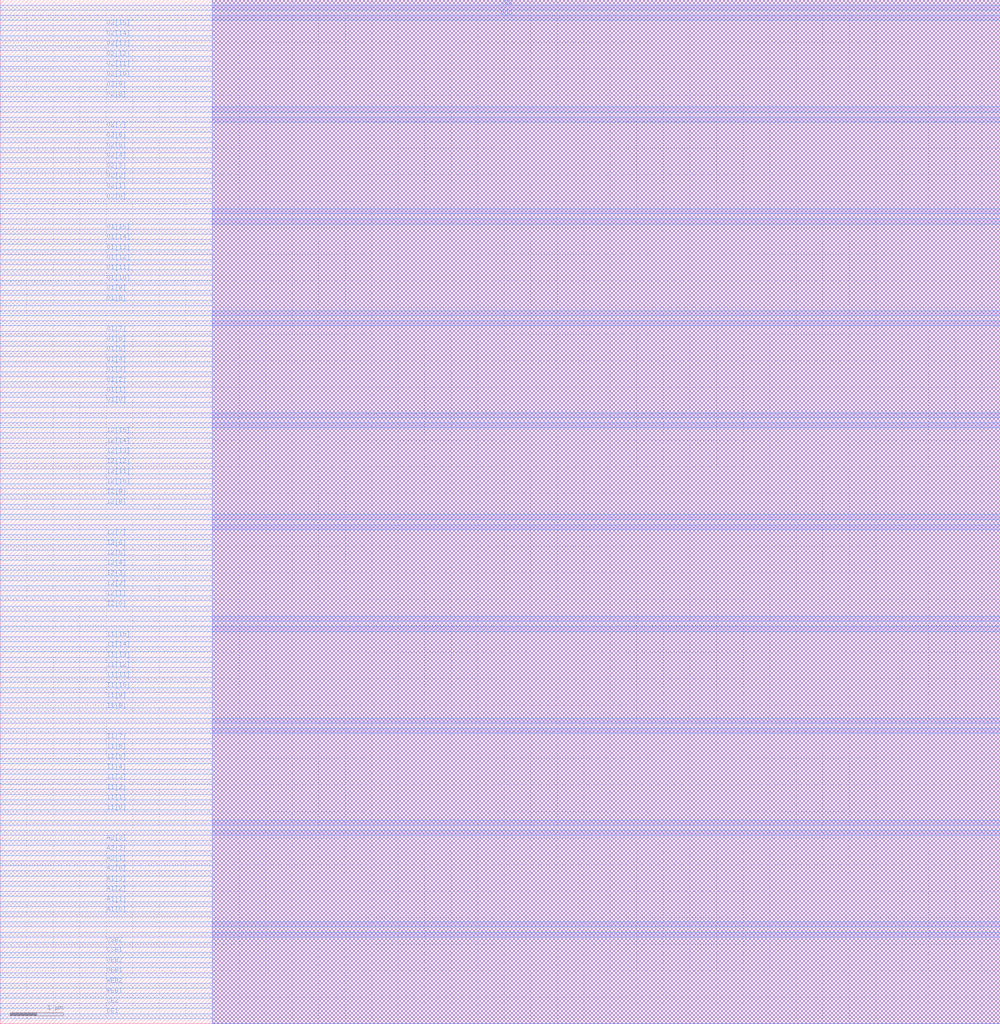
<source format=lef>
VERSION 5.6 ;
BUSBITCHARS "[]" ;
DIVIDERCHAR "/" ;

MACRO SRAM2RW16x16
  CLASS BLOCK ;
  ORIGIN 0 0 ;
  FOREIGN SRAM2RW16x16 0 0 ;
  SIZE 18.848 BY 19.296 ;
  SYMMETRY X Y ;
  SITE asap7sc7p5t ;
  PIN VDD
    DIRECTION INOUT ;
    USE POWER ;
    PORT 
      LAYER M4 ;
        RECT 0.0 1.632 18.848 1.728 ;
        RECT 0.0 3.552 18.848 3.648 ;
        RECT 0.0 5.472 18.848 5.568 ;
        RECT 0.0 7.392 18.848 7.488 ;
        RECT 0.0 9.312 18.848 9.408 ;
        RECT 0.0 11.232 18.848 11.328 ;
        RECT 0.0 13.152 18.848 13.248 ;
        RECT 0.0 15.072 18.848 15.168 ;
        RECT 0.0 16.992 18.848 17.088 ;
        RECT 0.0 18.912 18.848 19.008 ;
    END 
  END VDD
  PIN VSS
    DIRECTION INOUT ;
    USE GROUND ;
    PORT 
      LAYER M4 ;
        RECT 0.0 1.824 18.848 1.92 ;
        RECT 0.0 3.744 18.848 3.84 ;
        RECT 0.0 5.664 18.848 5.76 ;
        RECT 0.0 7.584 18.848 7.68 ;
        RECT 0.0 9.504 18.848 9.6 ;
        RECT 0.0 11.424 18.848 11.52 ;
        RECT 0.0 13.344 18.848 13.44 ;
        RECT 0.0 15.264 18.848 15.36 ;
        RECT 0.0 17.184 18.848 17.28 ;
        RECT 0.0 19.104 18.848 19.2 ;
    END 
  END VSS
  PIN CE1
    DIRECTION INPUT ;
    USE SIGNAL ;
    PORT 
      LAYER M4 ;
        RECT 0.0 0.096 4.0 0.192 ;
    END 
  END CE1
  PIN CE2
    DIRECTION INPUT ;
    USE SIGNAL ;
    PORT 
      LAYER M4 ;
        RECT 0.0 0.288 4.0 0.384 ;
    END 
  END CE2
  PIN WEB1
    DIRECTION INPUT ;
    USE SIGNAL ;
    PORT 
      LAYER M4 ;
        RECT 0.0 0.48 4.0 0.576 ;
    END 
  END WEB1
  PIN WEB2
    DIRECTION INPUT ;
    USE SIGNAL ;
    PORT 
      LAYER M4 ;
        RECT 0.0 0.672 4.0 0.768 ;
    END 
  END WEB2
  PIN OEB1
    DIRECTION INPUT ;
    USE SIGNAL ;
    PORT 
      LAYER M4 ;
        RECT 0.0 0.864 4.0 0.96 ;
    END 
  END OEB1
  PIN OEB2
    DIRECTION INPUT ;
    USE SIGNAL ;
    PORT 
      LAYER M4 ;
        RECT 0.0 1.056 4.0 1.152 ;
    END 
  END OEB2
  PIN CSB1
    DIRECTION INPUT ;
    USE SIGNAL ;
    PORT 
      LAYER M4 ;
        RECT 0.0 1.248 4.0 1.344 ;
    END 
  END CSB1
  PIN CSB2
    DIRECTION INPUT ;
    USE SIGNAL ;
    PORT 
      LAYER M4 ;
        RECT 0.0 1.44 4.0 1.536 ;
    END 
  END CSB2
  PIN A1[0]
    DIRECTION INPUT ;
    USE SIGNAL ;
    PORT 
      LAYER M4 ;
        RECT 0.0 2.016 4.0 2.112 ;
    END 
  END A1[0]
  PIN A1[1]
    DIRECTION INPUT ;
    USE SIGNAL ;
    PORT 
      LAYER M4 ;
        RECT 0.0 2.208 4.0 2.304 ;
    END 
  END A1[1]
  PIN A1[2]
    DIRECTION INPUT ;
    USE SIGNAL ;
    PORT 
      LAYER M4 ;
        RECT 0.0 2.4 4.0 2.496 ;
    END 
  END A1[2]
  PIN A1[3]
    DIRECTION INPUT ;
    USE SIGNAL ;
    PORT 
      LAYER M4 ;
        RECT 0.0 2.592 4.0 2.688 ;
    END 
  END A1[3]
  PIN A2[0]
    DIRECTION INPUT ;
    USE SIGNAL ;
    PORT 
      LAYER M4 ;
        RECT 0.0 2.784 4.0 2.88 ;
    END 
  END A2[0]
  PIN A2[1]
    DIRECTION INPUT ;
    USE SIGNAL ;
    PORT 
      LAYER M4 ;
        RECT 0.0 2.976 4.0 3.072 ;
    END 
  END A2[1]
  PIN A2[2]
    DIRECTION INPUT ;
    USE SIGNAL ;
    PORT 
      LAYER M4 ;
        RECT 0.0 3.168 4.0 3.264 ;
    END 
  END A2[2]
  PIN A2[3]
    DIRECTION INPUT ;
    USE SIGNAL ;
    PORT 
      LAYER M4 ;
        RECT 0.0 3.36 4.0 3.456 ;
    END 
  END A2[3]
  PIN I1[0]
    DIRECTION INPUT ;
    USE SIGNAL ;
    PORT 
      LAYER M4 ;
        RECT 0.0 3.936 4.0 4.032 ;
    END 
  END I1[0]
  PIN I1[1]
    DIRECTION INPUT ;
    USE SIGNAL ;
    PORT 
      LAYER M4 ;
        RECT 0.0 4.128 4.0 4.224 ;
    END 
  END I1[1]
  PIN I1[2]
    DIRECTION INPUT ;
    USE SIGNAL ;
    PORT 
      LAYER M4 ;
        RECT 0.0 4.32 4.0 4.416 ;
    END 
  END I1[2]
  PIN I1[3]
    DIRECTION INPUT ;
    USE SIGNAL ;
    PORT 
      LAYER M4 ;
        RECT 0.0 4.512 4.0 4.608 ;
    END 
  END I1[3]
  PIN I1[4]
    DIRECTION INPUT ;
    USE SIGNAL ;
    PORT 
      LAYER M4 ;
        RECT 0.0 4.704 4.0 4.8 ;
    END 
  END I1[4]
  PIN I1[5]
    DIRECTION INPUT ;
    USE SIGNAL ;
    PORT 
      LAYER M4 ;
        RECT 0.0 4.896 4.0 4.992 ;
    END 
  END I1[5]
  PIN I1[6]
    DIRECTION INPUT ;
    USE SIGNAL ;
    PORT 
      LAYER M4 ;
        RECT 0.0 5.088 4.0 5.184 ;
    END 
  END I1[6]
  PIN I1[7]
    DIRECTION INPUT ;
    USE SIGNAL ;
    PORT 
      LAYER M4 ;
        RECT 0.0 5.28 4.0 5.376 ;
    END 
  END I1[7]
  PIN I1[8]
    DIRECTION INPUT ;
    USE SIGNAL ;
    PORT 
      LAYER M4 ;
        RECT 0.0 5.856 4.0 5.952 ;
    END 
  END I1[8]
  PIN I1[9]
    DIRECTION INPUT ;
    USE SIGNAL ;
    PORT 
      LAYER M4 ;
        RECT 0.0 6.048 4.0 6.144 ;
    END 
  END I1[9]
  PIN I1[10]
    DIRECTION INPUT ;
    USE SIGNAL ;
    PORT 
      LAYER M4 ;
        RECT 0.0 6.24 4.0 6.336 ;
    END 
  END I1[10]
  PIN I1[11]
    DIRECTION INPUT ;
    USE SIGNAL ;
    PORT 
      LAYER M4 ;
        RECT 0.0 6.432 4.0 6.528 ;
    END 
  END I1[11]
  PIN I1[12]
    DIRECTION INPUT ;
    USE SIGNAL ;
    PORT 
      LAYER M4 ;
        RECT 0.0 6.624 4.0 6.72 ;
    END 
  END I1[12]
  PIN I1[13]
    DIRECTION INPUT ;
    USE SIGNAL ;
    PORT 
      LAYER M4 ;
        RECT 0.0 6.816 4.0 6.912 ;
    END 
  END I1[13]
  PIN I1[14]
    DIRECTION INPUT ;
    USE SIGNAL ;
    PORT 
      LAYER M4 ;
        RECT 0.0 7.008 4.0 7.104 ;
    END 
  END I1[14]
  PIN I1[15]
    DIRECTION INPUT ;
    USE SIGNAL ;
    PORT 
      LAYER M4 ;
        RECT 0.0 7.2 4.0 7.296 ;
    END 
  END I1[15]
  PIN I2[0]
    DIRECTION INPUT ;
    USE SIGNAL ;
    PORT 
      LAYER M4 ;
        RECT 0.0 7.776 4.0 7.872 ;
    END 
  END I2[0]
  PIN I2[1]
    DIRECTION INPUT ;
    USE SIGNAL ;
    PORT 
      LAYER M4 ;
        RECT 0.0 7.968 4.0 8.064 ;
    END 
  END I2[1]
  PIN I2[2]
    DIRECTION INPUT ;
    USE SIGNAL ;
    PORT 
      LAYER M4 ;
        RECT 0.0 8.16 4.0 8.256 ;
    END 
  END I2[2]
  PIN I2[3]
    DIRECTION INPUT ;
    USE SIGNAL ;
    PORT 
      LAYER M4 ;
        RECT 0.0 8.352 4.0 8.448 ;
    END 
  END I2[3]
  PIN I2[4]
    DIRECTION INPUT ;
    USE SIGNAL ;
    PORT 
      LAYER M4 ;
        RECT 0.0 8.544 4.0 8.64 ;
    END 
  END I2[4]
  PIN I2[5]
    DIRECTION INPUT ;
    USE SIGNAL ;
    PORT 
      LAYER M4 ;
        RECT 0.0 8.736 4.0 8.832 ;
    END 
  END I2[5]
  PIN I2[6]
    DIRECTION INPUT ;
    USE SIGNAL ;
    PORT 
      LAYER M4 ;
        RECT 0.0 8.928 4.0 9.024 ;
    END 
  END I2[6]
  PIN I2[7]
    DIRECTION INPUT ;
    USE SIGNAL ;
    PORT 
      LAYER M4 ;
        RECT 0.0 9.12 4.0 9.216 ;
    END 
  END I2[7]
  PIN I2[8]
    DIRECTION INPUT ;
    USE SIGNAL ;
    PORT 
      LAYER M4 ;
        RECT 0.0 9.696 4.0 9.792 ;
    END 
  END I2[8]
  PIN I2[9]
    DIRECTION INPUT ;
    USE SIGNAL ;
    PORT 
      LAYER M4 ;
        RECT 0.0 9.888 4.0 9.984 ;
    END 
  END I2[9]
  PIN I2[10]
    DIRECTION INPUT ;
    USE SIGNAL ;
    PORT 
      LAYER M4 ;
        RECT 0.0 10.08 4.0 10.176 ;
    END 
  END I2[10]
  PIN I2[11]
    DIRECTION INPUT ;
    USE SIGNAL ;
    PORT 
      LAYER M4 ;
        RECT 0.0 10.272 4.0 10.368 ;
    END 
  END I2[11]
  PIN I2[12]
    DIRECTION INPUT ;
    USE SIGNAL ;
    PORT 
      LAYER M4 ;
        RECT 0.0 10.464 4.0 10.56 ;
    END 
  END I2[12]
  PIN I2[13]
    DIRECTION INPUT ;
    USE SIGNAL ;
    PORT 
      LAYER M4 ;
        RECT 0.0 10.656 4.0 10.752 ;
    END 
  END I2[13]
  PIN I2[14]
    DIRECTION INPUT ;
    USE SIGNAL ;
    PORT 
      LAYER M4 ;
        RECT 0.0 10.848 4.0 10.944 ;
    END 
  END I2[14]
  PIN I2[15]
    DIRECTION INPUT ;
    USE SIGNAL ;
    PORT 
      LAYER M4 ;
        RECT 0.0 11.04 4.0 11.136 ;
    END 
  END I2[15]
  PIN O1[0]
    DIRECTION OUTPUT ;
    USE SIGNAL ;
    PORT 
      LAYER M4 ;
        RECT 0.0 11.616 4.0 11.712 ;
    END 
  END O1[0]
  PIN O1[1]
    DIRECTION OUTPUT ;
    USE SIGNAL ;
    PORT 
      LAYER M4 ;
        RECT 0.0 11.808 4.0 11.904 ;
    END 
  END O1[1]
  PIN O1[2]
    DIRECTION OUTPUT ;
    USE SIGNAL ;
    PORT 
      LAYER M4 ;
        RECT 0.0 12.0 4.0 12.096 ;
    END 
  END O1[2]
  PIN O1[3]
    DIRECTION OUTPUT ;
    USE SIGNAL ;
    PORT 
      LAYER M4 ;
        RECT 0.0 12.192 4.0 12.288 ;
    END 
  END O1[3]
  PIN O1[4]
    DIRECTION OUTPUT ;
    USE SIGNAL ;
    PORT 
      LAYER M4 ;
        RECT 0.0 12.384 4.0 12.48 ;
    END 
  END O1[4]
  PIN O1[5]
    DIRECTION OUTPUT ;
    USE SIGNAL ;
    PORT 
      LAYER M4 ;
        RECT 0.0 12.576 4.0 12.672 ;
    END 
  END O1[5]
  PIN O1[6]
    DIRECTION OUTPUT ;
    USE SIGNAL ;
    PORT 
      LAYER M4 ;
        RECT 0.0 12.768 4.0 12.864 ;
    END 
  END O1[6]
  PIN O1[7]
    DIRECTION OUTPUT ;
    USE SIGNAL ;
    PORT 
      LAYER M4 ;
        RECT 0.0 12.96 4.0 13.056 ;
    END 
  END O1[7]
  PIN O1[8]
    DIRECTION OUTPUT ;
    USE SIGNAL ;
    PORT 
      LAYER M4 ;
        RECT 0.0 13.536 4.0 13.632 ;
    END 
  END O1[8]
  PIN O1[9]
    DIRECTION OUTPUT ;
    USE SIGNAL ;
    PORT 
      LAYER M4 ;
        RECT 0.0 13.728 4.0 13.824 ;
    END 
  END O1[9]
  PIN O1[10]
    DIRECTION OUTPUT ;
    USE SIGNAL ;
    PORT 
      LAYER M4 ;
        RECT 0.0 13.92 4.0 14.016 ;
    END 
  END O1[10]
  PIN O1[11]
    DIRECTION OUTPUT ;
    USE SIGNAL ;
    PORT 
      LAYER M4 ;
        RECT 0.0 14.112 4.0 14.208 ;
    END 
  END O1[11]
  PIN O1[12]
    DIRECTION OUTPUT ;
    USE SIGNAL ;
    PORT 
      LAYER M4 ;
        RECT 0.0 14.304 4.0 14.4 ;
    END 
  END O1[12]
  PIN O1[13]
    DIRECTION OUTPUT ;
    USE SIGNAL ;
    PORT 
      LAYER M4 ;
        RECT 0.0 14.496 4.0 14.592 ;
    END 
  END O1[13]
  PIN O1[14]
    DIRECTION OUTPUT ;
    USE SIGNAL ;
    PORT 
      LAYER M4 ;
        RECT 0.0 14.688 4.0 14.784 ;
    END 
  END O1[14]
  PIN O1[15]
    DIRECTION OUTPUT ;
    USE SIGNAL ;
    PORT 
      LAYER M4 ;
        RECT 0.0 14.88 4.0 14.976 ;
    END 
  END O1[15]
  PIN O2[0]
    DIRECTION OUTPUT ;
    USE SIGNAL ;
    PORT 
      LAYER M4 ;
        RECT 0.0 15.456 4.0 15.552 ;
    END 
  END O2[0]
  PIN O2[1]
    DIRECTION OUTPUT ;
    USE SIGNAL ;
    PORT 
      LAYER M4 ;
        RECT 0.0 15.648 4.0 15.744 ;
    END 
  END O2[1]
  PIN O2[2]
    DIRECTION OUTPUT ;
    USE SIGNAL ;
    PORT 
      LAYER M4 ;
        RECT 0.0 15.84 4.0 15.936 ;
    END 
  END O2[2]
  PIN O2[3]
    DIRECTION OUTPUT ;
    USE SIGNAL ;
    PORT 
      LAYER M4 ;
        RECT 0.0 16.032 4.0 16.128 ;
    END 
  END O2[3]
  PIN O2[4]
    DIRECTION OUTPUT ;
    USE SIGNAL ;
    PORT 
      LAYER M4 ;
        RECT 0.0 16.224 4.0 16.32 ;
    END 
  END O2[4]
  PIN O2[5]
    DIRECTION OUTPUT ;
    USE SIGNAL ;
    PORT 
      LAYER M4 ;
        RECT 0.0 16.416 4.0 16.512 ;
    END 
  END O2[5]
  PIN O2[6]
    DIRECTION OUTPUT ;
    USE SIGNAL ;
    PORT 
      LAYER M4 ;
        RECT 0.0 16.608 4.0 16.704 ;
    END 
  END O2[6]
  PIN O2[7]
    DIRECTION OUTPUT ;
    USE SIGNAL ;
    PORT 
      LAYER M4 ;
        RECT 0.0 16.8 4.0 16.896 ;
    END 
  END O2[7]
  PIN O2[8]
    DIRECTION OUTPUT ;
    USE SIGNAL ;
    PORT 
      LAYER M4 ;
        RECT 0.0 17.376 4.0 17.472 ;
    END 
  END O2[8]
  PIN O2[9]
    DIRECTION OUTPUT ;
    USE SIGNAL ;
    PORT 
      LAYER M4 ;
        RECT 0.0 17.568 4.0 17.664 ;
    END 
  END O2[9]
  PIN O2[10]
    DIRECTION OUTPUT ;
    USE SIGNAL ;
    PORT 
      LAYER M4 ;
        RECT 0.0 17.76 4.0 17.856 ;
    END 
  END O2[10]
  PIN O2[11]
    DIRECTION OUTPUT ;
    USE SIGNAL ;
    PORT 
      LAYER M4 ;
        RECT 0.0 17.952 4.0 18.048 ;
    END 
  END O2[11]
  PIN O2[12]
    DIRECTION OUTPUT ;
    USE SIGNAL ;
    PORT 
      LAYER M4 ;
        RECT 0.0 18.144 4.0 18.24 ;
    END 
  END O2[12]
  PIN O2[13]
    DIRECTION OUTPUT ;
    USE SIGNAL ;
    PORT 
      LAYER M4 ;
        RECT 0.0 18.336 4.0 18.432 ;
    END 
  END O2[13]
  PIN O2[14]
    DIRECTION OUTPUT ;
    USE SIGNAL ;
    PORT 
      LAYER M4 ;
        RECT 0.0 18.528 4.0 18.624 ;
    END 
  END O2[14]
  PIN O2[15]
    DIRECTION OUTPUT ;
    USE SIGNAL ;
    PORT 
      LAYER M4 ;
        RECT 0.0 18.72 4.0 18.816 ;
    END 
  END O2[15]
  OBS 
    LAYER M1 ;
      RECT 4.0 0.0 18.848 19.296 ;
    LAYER M2 ;
      RECT 4.0 0.0 18.848 19.296 ;
    LAYER M3 ;
      RECT 4.0 0.0 18.848 19.296 ;
  END 
END SRAM2RW16x16

END LIBRARY
</source>
